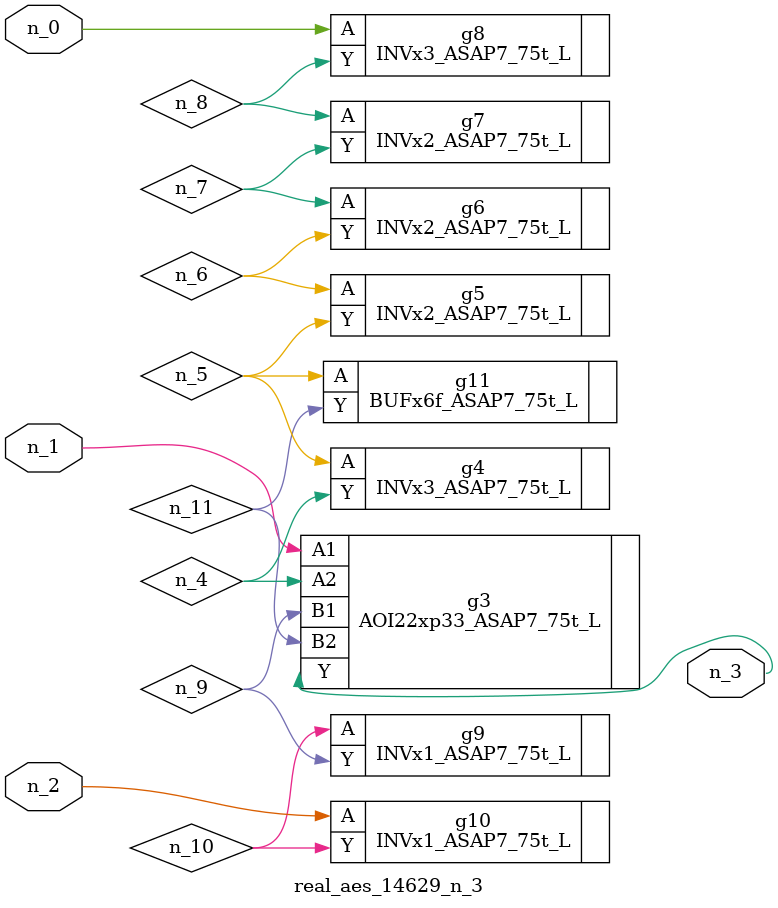
<source format=v>
module real_aes_14629_n_3 (n_0, n_2, n_1, n_3);
input n_0;
input n_2;
input n_1;
output n_3;
wire n_4;
wire n_5;
wire n_7;
wire n_9;
wire n_6;
wire n_8;
wire n_10;
wire n_11;
INVx3_ASAP7_75t_L g8 ( .A(n_0), .Y(n_8) );
AOI22xp33_ASAP7_75t_L g3 ( .A1(n_1), .A2(n_4), .B1(n_9), .B2(n_11), .Y(n_3) );
INVx1_ASAP7_75t_L g10 ( .A(n_2), .Y(n_10) );
INVx3_ASAP7_75t_L g4 ( .A(n_5), .Y(n_4) );
BUFx6f_ASAP7_75t_L g11 ( .A(n_5), .Y(n_11) );
INVx2_ASAP7_75t_L g5 ( .A(n_6), .Y(n_5) );
INVx2_ASAP7_75t_L g6 ( .A(n_7), .Y(n_6) );
INVx2_ASAP7_75t_L g7 ( .A(n_8), .Y(n_7) );
INVx1_ASAP7_75t_L g9 ( .A(n_10), .Y(n_9) );
endmodule
</source>
